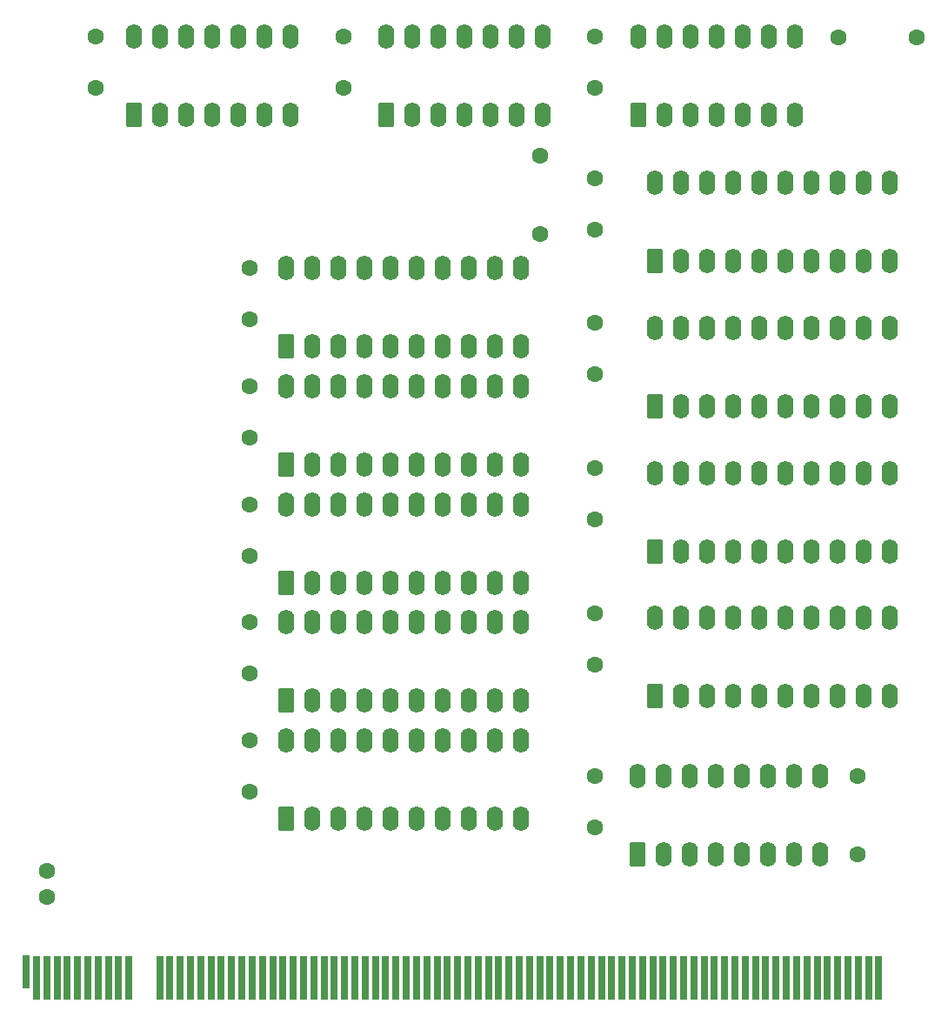
<source format=gbr>
%TF.GenerationSoftware,KiCad,Pcbnew,9.0.5*%
%TF.CreationDate,2025-11-19T18:18:20+02:00*%
%TF.ProjectId,register_file_accum,72656769-7374-4657-925f-66696c655f61,rev?*%
%TF.SameCoordinates,Original*%
%TF.FileFunction,Soldermask,Bot*%
%TF.FilePolarity,Negative*%
%FSLAX46Y46*%
G04 Gerber Fmt 4.6, Leading zero omitted, Abs format (unit mm)*
G04 Created by KiCad (PCBNEW 9.0.5) date 2025-11-19 18:18:20*
%MOMM*%
%LPD*%
G01*
G04 APERTURE LIST*
G04 Aperture macros list*
%AMRoundRect*
0 Rectangle with rounded corners*
0 $1 Rounding radius*
0 $2 $3 $4 $5 $6 $7 $8 $9 X,Y pos of 4 corners*
0 Add a 4 corners polygon primitive as box body*
4,1,4,$2,$3,$4,$5,$6,$7,$8,$9,$2,$3,0*
0 Add four circle primitives for the rounded corners*
1,1,$1+$1,$2,$3*
1,1,$1+$1,$4,$5*
1,1,$1+$1,$6,$7*
1,1,$1+$1,$8,$9*
0 Add four rect primitives between the rounded corners*
20,1,$1+$1,$2,$3,$4,$5,0*
20,1,$1+$1,$4,$5,$6,$7,0*
20,1,$1+$1,$6,$7,$8,$9,0*
20,1,$1+$1,$8,$9,$2,$3,0*%
G04 Aperture macros list end*
%ADD10C,1.600000*%
%ADD11RoundRect,0.250000X0.550000X-0.950000X0.550000X0.950000X-0.550000X0.950000X-0.550000X-0.950000X0*%
%ADD12O,1.600000X2.400000*%
%ADD13R,0.700000X3.200000*%
%ADD14R,0.700000X4.300000*%
G04 APERTURE END LIST*
D10*
%TO.C,C7*%
X73275000Y-130646036D03*
X73275000Y-128146036D03*
%TD*%
D11*
%TO.C,XH1*%
X96570000Y-77060000D03*
D12*
X99110000Y-77060000D03*
X101650000Y-77060000D03*
X104190000Y-77060000D03*
X106730000Y-77060000D03*
X109270000Y-77060000D03*
X111810000Y-77060000D03*
X114350000Y-77060000D03*
X116890000Y-77060000D03*
X119430000Y-77060000D03*
X119430000Y-69440000D03*
X116890000Y-69440000D03*
X114350000Y-69440000D03*
X111810000Y-69440000D03*
X109270000Y-69440000D03*
X106730000Y-69440000D03*
X104190000Y-69440000D03*
X101650000Y-69440000D03*
X99110000Y-69440000D03*
X96570000Y-69440000D03*
%TD*%
D10*
%TO.C,C10*%
X78050000Y-46940000D03*
X78050000Y-51940000D03*
%TD*%
%TO.C,C6*%
X102200000Y-46940000D03*
X102200000Y-51940000D03*
%TD*%
%TO.C,R6*%
X150380000Y-47000000D03*
X158000000Y-47000000D03*
%TD*%
D11*
%TO.C,YH1*%
X96570000Y-100060000D03*
D12*
X99110000Y-100060000D03*
X101650000Y-100060000D03*
X104190000Y-100060000D03*
X106730000Y-100060000D03*
X109270000Y-100060000D03*
X111810000Y-100060000D03*
X114350000Y-100060000D03*
X116890000Y-100060000D03*
X119430000Y-100060000D03*
X119430000Y-92440000D03*
X116890000Y-92440000D03*
X114350000Y-92440000D03*
X111810000Y-92440000D03*
X109270000Y-92440000D03*
X106730000Y-92440000D03*
X104190000Y-92440000D03*
X101650000Y-92440000D03*
X99110000Y-92440000D03*
X96570000Y-92440000D03*
%TD*%
D13*
%TO.C,BC1*%
X71275000Y-137950000D03*
D14*
X72275000Y-138500000D03*
X73275000Y-138500000D03*
X74275000Y-138500000D03*
X75275000Y-138500000D03*
X76275000Y-138500000D03*
X77275000Y-138500000D03*
X78275000Y-138500000D03*
X79275000Y-138500000D03*
X80275000Y-138500000D03*
X81275000Y-138500000D03*
X84275000Y-138500000D03*
X85275000Y-138500000D03*
X86275000Y-138500000D03*
X87275000Y-138500000D03*
X88275000Y-138500000D03*
X89275000Y-138500000D03*
X90275000Y-138500000D03*
X91275000Y-138500000D03*
X92275000Y-138500000D03*
X93275000Y-138500000D03*
X94275000Y-138500000D03*
X95275000Y-138500000D03*
X96275000Y-138500000D03*
X97275000Y-138500000D03*
X98275000Y-138500000D03*
X99275000Y-138500000D03*
X100275000Y-138500000D03*
X101275000Y-138500000D03*
X102275000Y-138500000D03*
X103275000Y-138500000D03*
X104275000Y-138500000D03*
X105275000Y-138500000D03*
X106275000Y-138500000D03*
X107275000Y-138500000D03*
X108275000Y-138500000D03*
X109275000Y-138500000D03*
X110275000Y-138500000D03*
X111275000Y-138500000D03*
X112275000Y-138500000D03*
X113275000Y-138500000D03*
X114275000Y-138500000D03*
X115275000Y-138500000D03*
X116275000Y-138500000D03*
X117275000Y-138500000D03*
X118275000Y-138500000D03*
X119275000Y-138500000D03*
X120275000Y-138500000D03*
X121275000Y-138500000D03*
X122275000Y-138500000D03*
X123275000Y-138500000D03*
X124275000Y-138500000D03*
X125275000Y-138500000D03*
X126275000Y-138500000D03*
X127275000Y-138500000D03*
X128275000Y-138500000D03*
X129275000Y-138500000D03*
X130275000Y-138500000D03*
X131275000Y-138500000D03*
X132275000Y-138500000D03*
X133275000Y-138500000D03*
X134275000Y-138500000D03*
X135275000Y-138500000D03*
X136275000Y-138500000D03*
X137275000Y-138500000D03*
X138275000Y-138500000D03*
X139275000Y-138500000D03*
X140275000Y-138500000D03*
X141275000Y-138500000D03*
X142275000Y-138500000D03*
X143275000Y-138500000D03*
X144275000Y-138500000D03*
X145275000Y-138500000D03*
X146275000Y-138500000D03*
X147275000Y-138500000D03*
X148275000Y-138500000D03*
X149275000Y-138500000D03*
X150275000Y-138500000D03*
X151275000Y-138500000D03*
X152275000Y-138500000D03*
X153275000Y-138500000D03*
X154275000Y-138500000D03*
%TD*%
D10*
%TO.C,C11*%
X126600000Y-46940000D03*
X126600000Y-51940000D03*
%TD*%
%TO.C,C14*%
X126630000Y-103045000D03*
X126630000Y-108045000D03*
%TD*%
D11*
%TO.C,ZL1*%
X96570000Y-111560000D03*
D12*
X99110000Y-111560000D03*
X101650000Y-111560000D03*
X104190000Y-111560000D03*
X106730000Y-111560000D03*
X109270000Y-111560000D03*
X111810000Y-111560000D03*
X114350000Y-111560000D03*
X116890000Y-111560000D03*
X119430000Y-111560000D03*
X119430000Y-103940000D03*
X116890000Y-103940000D03*
X114350000Y-103940000D03*
X111810000Y-103940000D03*
X109270000Y-103940000D03*
X106730000Y-103940000D03*
X104190000Y-103940000D03*
X101650000Y-103940000D03*
X99110000Y-103940000D03*
X96570000Y-103940000D03*
%TD*%
D10*
%TO.C,R5*%
X121275000Y-66185000D03*
X121275000Y-58565000D03*
%TD*%
D11*
%TO.C,ZH1*%
X96570000Y-123060000D03*
D12*
X99110000Y-123060000D03*
X101650000Y-123060000D03*
X104190000Y-123060000D03*
X106730000Y-123060000D03*
X109270000Y-123060000D03*
X111810000Y-123060000D03*
X114350000Y-123060000D03*
X116890000Y-123060000D03*
X119430000Y-123060000D03*
X119430000Y-115440000D03*
X116890000Y-115440000D03*
X114350000Y-115440000D03*
X111810000Y-115440000D03*
X109270000Y-115440000D03*
X106730000Y-115440000D03*
X104190000Y-115440000D03*
X101650000Y-115440000D03*
X99110000Y-115440000D03*
X96570000Y-115440000D03*
%TD*%
D10*
%TO.C,C2*%
X93000000Y-85940000D03*
X93000000Y-80940000D03*
%TD*%
%TO.C,C5*%
X93000000Y-120440000D03*
X93000000Y-115440000D03*
%TD*%
%TO.C,C4*%
X93000000Y-74440000D03*
X93000000Y-69440000D03*
%TD*%
%TO.C,R7*%
X152250000Y-118880000D03*
X152250000Y-126500000D03*
%TD*%
%TO.C,C3*%
X93000000Y-97440000D03*
X93000000Y-92440000D03*
%TD*%
%TO.C,C9*%
X126630000Y-60690000D03*
X126630000Y-65690000D03*
%TD*%
%TO.C,C1*%
X93000000Y-108940000D03*
X93000000Y-103940000D03*
%TD*%
D11*
%TO.C,U2*%
X106320000Y-54560000D03*
D12*
X108860000Y-54560000D03*
X111400000Y-54560000D03*
X113940000Y-54560000D03*
X116480000Y-54560000D03*
X119020000Y-54560000D03*
X121560000Y-54560000D03*
X121560000Y-46940000D03*
X119020000Y-46940000D03*
X116480000Y-46940000D03*
X113940000Y-46940000D03*
X111400000Y-46940000D03*
X108860000Y-46940000D03*
X106320000Y-46940000D03*
%TD*%
D10*
%TO.C,C13*%
X126630000Y-74811667D03*
X126630000Y-79811667D03*
%TD*%
%TO.C,C12*%
X126600000Y-118880000D03*
X126600000Y-123880000D03*
%TD*%
D11*
%TO.C,XL1*%
X132495000Y-68780000D03*
D12*
X135035000Y-68780000D03*
X137575000Y-68780000D03*
X140115000Y-68780000D03*
X142655000Y-68780000D03*
X145195000Y-68780000D03*
X147735000Y-68780000D03*
X150275000Y-68780000D03*
X152815000Y-68780000D03*
X155355000Y-68780000D03*
X155355000Y-61160000D03*
X152815000Y-61160000D03*
X150275000Y-61160000D03*
X147735000Y-61160000D03*
X145195000Y-61160000D03*
X142655000Y-61160000D03*
X140115000Y-61160000D03*
X137575000Y-61160000D03*
X135035000Y-61160000D03*
X132495000Y-61160000D03*
%TD*%
D11*
%TO.C,U8*%
X132495000Y-97018333D03*
D12*
X135035000Y-97018333D03*
X137575000Y-97018333D03*
X140115000Y-97018333D03*
X142655000Y-97018333D03*
X145195000Y-97018333D03*
X147735000Y-97018333D03*
X150275000Y-97018333D03*
X152815000Y-97018333D03*
X155355000Y-97018333D03*
X155355000Y-89398333D03*
X152815000Y-89398333D03*
X150275000Y-89398333D03*
X147735000Y-89398333D03*
X145195000Y-89398333D03*
X142655000Y-89398333D03*
X140115000Y-89398333D03*
X137575000Y-89398333D03*
X135035000Y-89398333D03*
X132495000Y-89398333D03*
%TD*%
D11*
%TO.C,U4*%
X130750000Y-126500000D03*
D12*
X133290000Y-126500000D03*
X135830000Y-126500000D03*
X138370000Y-126500000D03*
X140910000Y-126500000D03*
X143450000Y-126500000D03*
X145990000Y-126500000D03*
X148530000Y-126500000D03*
X148530000Y-118880000D03*
X145990000Y-118880000D03*
X143450000Y-118880000D03*
X140910000Y-118880000D03*
X138370000Y-118880000D03*
X135830000Y-118880000D03*
X133290000Y-118880000D03*
X130750000Y-118880000D03*
%TD*%
D10*
%TO.C,C15*%
X126630000Y-88928333D03*
X126630000Y-93928333D03*
%TD*%
D11*
%TO.C,U1*%
X81800000Y-54560000D03*
D12*
X84340000Y-54560000D03*
X86880000Y-54560000D03*
X89420000Y-54560000D03*
X91960000Y-54560000D03*
X94500000Y-54560000D03*
X97040000Y-54560000D03*
X97040000Y-46940000D03*
X94500000Y-46940000D03*
X91960000Y-46940000D03*
X89420000Y-46940000D03*
X86880000Y-46940000D03*
X84340000Y-46940000D03*
X81800000Y-46940000D03*
%TD*%
D11*
%TO.C,YL1*%
X96570000Y-88560000D03*
D12*
X99110000Y-88560000D03*
X101650000Y-88560000D03*
X104190000Y-88560000D03*
X106730000Y-88560000D03*
X109270000Y-88560000D03*
X111810000Y-88560000D03*
X114350000Y-88560000D03*
X116890000Y-88560000D03*
X119430000Y-88560000D03*
X119430000Y-80940000D03*
X116890000Y-80940000D03*
X114350000Y-80940000D03*
X111810000Y-80940000D03*
X109270000Y-80940000D03*
X106730000Y-80940000D03*
X104190000Y-80940000D03*
X101650000Y-80940000D03*
X99110000Y-80940000D03*
X96570000Y-80940000D03*
%TD*%
D11*
%TO.C,U3*%
X130840000Y-54560000D03*
D12*
X133380000Y-54560000D03*
X135920000Y-54560000D03*
X138460000Y-54560000D03*
X141000000Y-54560000D03*
X143540000Y-54560000D03*
X146080000Y-54560000D03*
X146080000Y-46940000D03*
X143540000Y-46940000D03*
X141000000Y-46940000D03*
X138460000Y-46940000D03*
X135920000Y-46940000D03*
X133380000Y-46940000D03*
X130840000Y-46940000D03*
%TD*%
D11*
%TO.C,U6*%
X132495000Y-82901667D03*
D12*
X135035000Y-82901667D03*
X137575000Y-82901667D03*
X140115000Y-82901667D03*
X142655000Y-82901667D03*
X145195000Y-82901667D03*
X147735000Y-82901667D03*
X150275000Y-82901667D03*
X152815000Y-82901667D03*
X155355000Y-82901667D03*
X155355000Y-75281667D03*
X152815000Y-75281667D03*
X150275000Y-75281667D03*
X147735000Y-75281667D03*
X145195000Y-75281667D03*
X142655000Y-75281667D03*
X140115000Y-75281667D03*
X137575000Y-75281667D03*
X135035000Y-75281667D03*
X132495000Y-75281667D03*
%TD*%
D11*
%TO.C,U7*%
X132495000Y-111135000D03*
D12*
X135035000Y-111135000D03*
X137575000Y-111135000D03*
X140115000Y-111135000D03*
X142655000Y-111135000D03*
X145195000Y-111135000D03*
X147735000Y-111135000D03*
X150275000Y-111135000D03*
X152815000Y-111135000D03*
X155355000Y-111135000D03*
X155355000Y-103515000D03*
X152815000Y-103515000D03*
X150275000Y-103515000D03*
X147735000Y-103515000D03*
X145195000Y-103515000D03*
X142655000Y-103515000D03*
X140115000Y-103515000D03*
X137575000Y-103515000D03*
X135035000Y-103515000D03*
X132495000Y-103515000D03*
%TD*%
M02*

</source>
